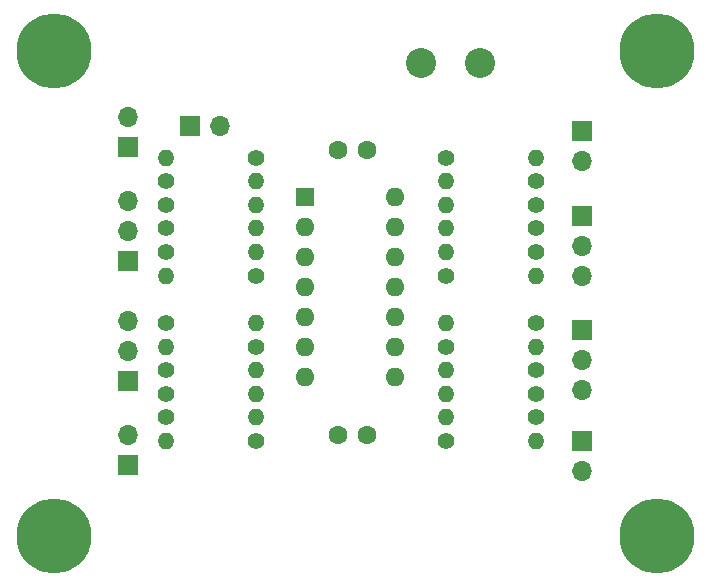
<source format=gbs>
G04 #@! TF.GenerationSoftware,KiCad,Pcbnew,(6.0.1)*
G04 #@! TF.CreationDate,2022-07-25T16:38:57-04:00*
G04 #@! TF.ProjectId,UNI-OPAMP-04,554e492d-4f50-4414-9d50-2d30342e6b69,1*
G04 #@! TF.SameCoordinates,Original*
G04 #@! TF.FileFunction,Soldermask,Bot*
G04 #@! TF.FilePolarity,Negative*
%FSLAX46Y46*%
G04 Gerber Fmt 4.6, Leading zero omitted, Abs format (unit mm)*
G04 Created by KiCad (PCBNEW (6.0.1)) date 2022-07-25 16:38:57*
%MOMM*%
%LPD*%
G01*
G04 APERTURE LIST*
%ADD10R,1.700000X1.700000*%
%ADD11O,1.700000X1.700000*%
%ADD12R,1.600000X1.600000*%
%ADD13O,1.600000X1.600000*%
%ADD14C,1.600000*%
%ADD15C,6.350000*%
%ADD16C,2.540000*%
%ADD17C,1.400000*%
%ADD18O,1.400000X1.400000*%
G04 APERTURE END LIST*
D10*
X45461000Y-35363000D03*
D11*
X48001000Y-35363000D03*
D12*
X55200000Y-41375000D03*
D13*
X55200000Y-43915000D03*
X55200000Y-46455000D03*
X55200000Y-48995000D03*
X55200000Y-51535000D03*
X55200000Y-54075000D03*
X55200000Y-56615000D03*
X62820000Y-56615000D03*
X62820000Y-54075000D03*
X62820000Y-51535000D03*
X62820000Y-48995000D03*
X62820000Y-46455000D03*
X62820000Y-43915000D03*
X62820000Y-41375000D03*
D14*
X58000000Y-61468000D03*
X60500000Y-61468000D03*
X58000000Y-37338000D03*
X60500000Y-37338000D03*
D15*
X34000000Y-29000000D03*
X85000000Y-29000000D03*
X34000000Y-70000000D03*
X85000000Y-70000000D03*
D16*
X65064000Y-29964000D03*
X70064000Y-29964000D03*
D17*
X43434000Y-46000000D03*
D18*
X51054000Y-46000000D03*
D17*
X43434000Y-44000000D03*
D18*
X51054000Y-44000000D03*
D17*
X43434000Y-40000000D03*
D18*
X51054000Y-40000000D03*
D17*
X43434000Y-42000000D03*
D18*
X51054000Y-42000000D03*
D17*
X43434000Y-56000000D03*
D18*
X51054000Y-56000000D03*
D17*
X43434000Y-52000000D03*
D18*
X51054000Y-52000000D03*
D17*
X43434000Y-60000000D03*
D18*
X51054000Y-60000000D03*
D17*
X43434000Y-58000000D03*
D18*
X51054000Y-58000000D03*
D17*
X51054000Y-62000000D03*
D18*
X43434000Y-62000000D03*
D17*
X51054000Y-38000000D03*
D18*
X43434000Y-38000000D03*
X67190000Y-52000000D03*
D17*
X74810000Y-52000000D03*
X74810000Y-56000000D03*
D18*
X67190000Y-56000000D03*
D17*
X74810000Y-60000000D03*
D18*
X67190000Y-60000000D03*
D17*
X74810000Y-58000000D03*
D18*
X67190000Y-58000000D03*
D17*
X74810000Y-46000000D03*
D18*
X67190000Y-46000000D03*
D17*
X74810000Y-44000000D03*
D18*
X67190000Y-44000000D03*
D17*
X74810000Y-40000000D03*
D18*
X67190000Y-40000000D03*
D17*
X74810000Y-42000000D03*
D18*
X67190000Y-42000000D03*
D17*
X67190000Y-38000000D03*
D18*
X74810000Y-38000000D03*
D17*
X67190000Y-62000000D03*
D18*
X74810000Y-62000000D03*
D17*
X51054000Y-48000000D03*
D18*
X43434000Y-48000000D03*
D17*
X51054000Y-54000000D03*
D18*
X43434000Y-54000000D03*
D17*
X67190000Y-54000000D03*
D18*
X74810000Y-54000000D03*
X74810000Y-48000000D03*
D17*
X67190000Y-48000000D03*
D10*
X40189000Y-64013000D03*
D11*
X40189000Y-61473000D03*
D10*
X78683000Y-35725000D03*
D11*
X78683000Y-38265000D03*
D10*
X78683000Y-61971000D03*
D11*
X78683000Y-64511000D03*
D10*
X40189000Y-46721000D03*
D11*
X40189000Y-44181000D03*
X40189000Y-41641000D03*
D10*
X40189000Y-37089000D03*
D11*
X40189000Y-34549000D03*
D10*
X78683000Y-52593000D03*
D11*
X78683000Y-55133000D03*
X78683000Y-57673000D03*
D10*
X40189000Y-56896000D03*
D11*
X40189000Y-54356000D03*
X40189000Y-51816000D03*
D10*
X78683000Y-42941000D03*
D11*
X78683000Y-45481000D03*
X78683000Y-48021000D03*
M02*

</source>
